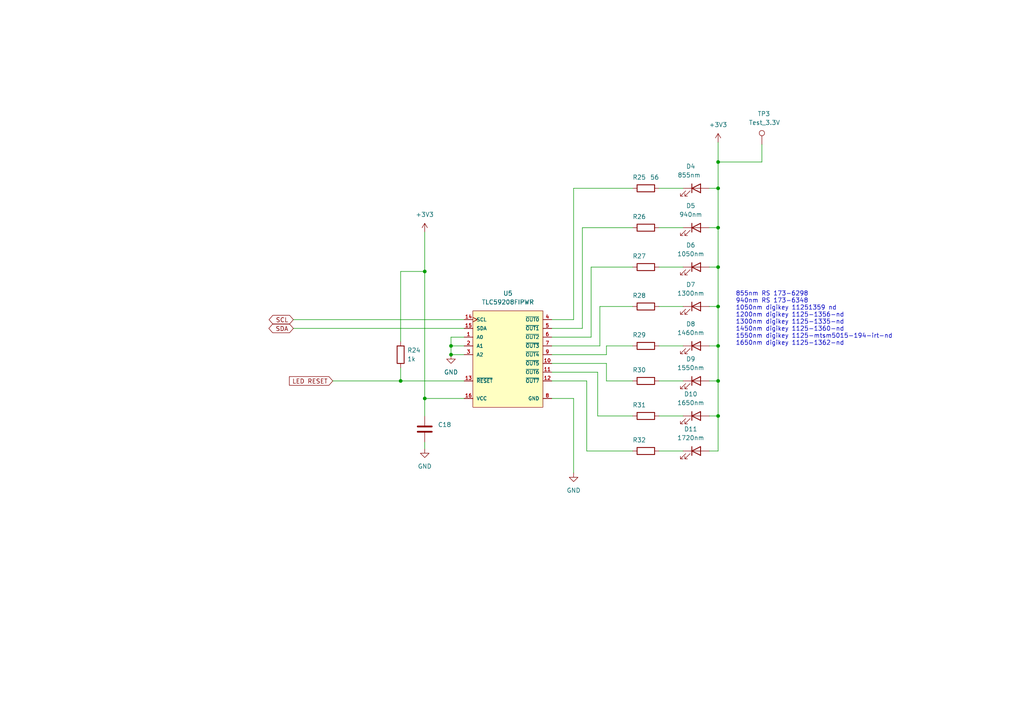
<source format=kicad_sch>
(kicad_sch (version 20211123) (generator eeschema)
  (paper "A4")
  (title_block (title "Development Board") (date "2022-03-15") (rev "2.1") (company "Plastic Scanner"))
  (lib_symbols
    (symbol "Connector:TestPoint" (pin_numbers hide) (pin_names (offset 0.762) hide)
      (property "Reference" "TP" (at 0 6.858 0))
      (property "Value" "TestPoint" (at 0 5.08 0))
      (symbol "TestPoint_0_1"
        (circle (center 0 3.302) (radius 0.762))
      )
      (symbol "TestPoint_1_1"
        (pin passive line (at 0 0 90) (length 2.54) (name "1") (number "1"))
      )
    )
    (symbol "Device:C" (pin_numbers hide) (pin_names (offset 0.254))
      (property "Reference" "C" (at 0.635 2.54 0))
      (property "Value" "C" (at 0.635 -2.54 0))
      (symbol "C_0_1"
        (polyline (pts (xy -2.032 -0.762) (xy 2.032 -0.762)) (stroke (width 0.508)))
        (polyline (pts (xy -2.032 0.762) (xy 2.032 0.762)) (stroke (width 0.508)))
      )
      (symbol "C_1_1"
        (pin passive line (at 0 3.81 270) (length 2.794) (name "~") (number "1"))
        (pin passive line (at 0 -3.81 90) (length 2.794) (name "~") (number "2"))
      )
    )
    (symbol "Device:LED" (pin_numbers hide) (pin_names (offset 1.016) hide)
      (property "Reference" "D" (at 0 2.54 0))
      (property "Value" "LED" (at 0 -2.54 0))
      (symbol "LED_0_1"
        (polyline (pts (xy -1.27 -1.27) (xy -1.27 1.27)) (stroke (width 0.254)))
        (polyline (pts (xy -1.27 0) (xy 1.27 0)))
        (polyline (pts (xy 1.27 -1.27) (xy 1.27 1.27) (xy -1.27 0) (xy 1.27 -1.27)) (stroke (width 0.254)))
        (polyline (pts (xy -3.048 -0.762) (xy -4.572 -2.286) (xy -3.81 -2.286) (xy -4.572 -2.286) (xy -4.572 -1.524)))
        (polyline (pts (xy -1.778 -0.762) (xy -3.302 -2.286) (xy -2.54 -2.286) (xy -3.302 -2.286) (xy -3.302 -1.524)))
      )
      (symbol "LED_1_1"
        (pin passive line (at -3.81 0 0) (length 2.54) (name "K") (number "1"))
        (pin passive line (at 3.81 0 180) (length 2.54) (name "A") (number "2"))
      )
    )
    (symbol "Device:R" (pin_numbers hide) (pin_names (offset 0))
      (property "Reference" "R" (at 2.032 0 90))
      (property "Value" "R" (at 0 0 90))
      (symbol "R_0_1"
        (rectangle (start -1.016 -2.54) (end 1.016 2.54) (stroke (width 0.254)))
      )
      (symbol "R_1_1"
        (pin passive line (at 0 3.81 270) (length 1.27) (name "~") (number "1"))
        (pin passive line (at 0 -3.81 90) (length 1.27) (name "~") (number "2"))
      )
    )
    (symbol "TLC59208:TLC59208FIPWR" (pin_names (offset 1.016))
      (property "Reference" "U" (at 0 5.08 0))
      (property "Value" "TLC59208FIPWR" (at 0 7.62 0))
      (symbol "TLC59208FIPWR_1_1"
        (rectangle (start 5.08 2.54) (end 25.4 -25.4) (fill (type background)))
        (pin input line (at 2.54 -5.08 0) (length 2.54) (name "A0") (number "1"))
        (pin open_collector line (at 27.94 -12.7 180) (length 2.54) (name "~{OUT5}") (number "10"))
        (pin open_collector line (at 27.94 -15.24 180) (length 2.54) (name "~{OUT6}") (number "11"))
        (pin open_collector line (at 27.94 -17.78 180) (length 2.54) (name "~{OUT7}") (number "12"))
        (pin input line (at 2.54 -17.78 0) (length 2.54) (name "~{RESET}") (number "13"))
        (pin input clock (at 2.54 0 0) (length 2.54) (name "SCL") (number "14"))
        (pin bidirectional line (at 2.54 -2.54 0) (length 2.54) (name "SDA") (number "15"))
        (pin power_in line (at 2.54 -22.86 0) (length 2.54) (name "VCC") (number "16"))
        (pin input line (at 2.54 -7.62 0) (length 2.54) (name "A1") (number "2"))
        (pin input line (at 2.54 -10.16 0) (length 2.54) (name "A2") (number "3"))
        (pin open_collector line (at 27.94 0 180) (length 2.54) (name "~{OUT0}") (number "4"))
        (pin open_collector line (at 27.94 -2.54 180) (length 2.54) (name "~{OUT1}") (number "5"))
        (pin open_collector line (at 27.94 -5.08 180) (length 2.54) (name "~{OUT2}") (number "6"))
        (pin open_collector line (at 27.94 -7.62 180) (length 2.54) (name "~{OUT3}") (number "7"))
        (pin power_in line (at 27.94 -22.86 180) (length 2.54) (name "GND") (number "8"))
        (pin open_collector line (at 27.94 -10.16 180) (length 2.54) (name "~{OUT4}") (number "9"))
      )
    )
    (symbol "power:+3.3V" (power) (pin_names (offset 0))
      (property "Value" "+3.3V" (at 0 3.556 0))
      (symbol "+3.3V_0_1"
        (polyline (pts (xy -0.762 1.27) (xy 0 2.54)))
        (polyline (pts (xy 0 0) (xy 0 2.54)))
        (polyline (pts (xy 0 2.54) (xy 0.762 1.27)))
      )
      (symbol "+3.3V_1_1"
        (pin power_in line (at 0 0 90) (length 0) hide (name "+3V3") (number "1"))
      )
    )
    (symbol "power:GND" (power) (pin_names (offset 0))
      (property "Value" "GND" (at 0 -3.81 0))
      (symbol "GND_0_1"
        (polyline (pts (xy 0 0) (xy 0 -1.27) (xy 1.27 -1.27) (xy 0 -2.54) (xy -1.27 -1.27) (xy 0 -1.27)))
      )
      (symbol "GND_1_1"
        (pin power_in line (at 0 0 270) (length 0) hide (name "GND") (number "1"))
      )
    )
  )
  (junction (at 208.28 110.49))
  (junction (at 123.19 115.57))
  (junction (at 130.81 102.87))
  (junction (at 208.28 54.61))
  (junction (at 130.81 100.33))
  (junction (at 208.28 46.99))
  (junction (at 208.28 88.9))
  (junction (at 208.28 66.04))
  (junction (at 123.19 78.74))
  (junction (at 208.28 77.47))
  (junction (at 208.28 120.65))
  (junction (at 116.205 110.49))
  (junction (at 208.28 100.33))
  (wire (pts (xy 208.28 100.33) (xy 208.28 88.9)))
  (wire (pts (xy 208.28 110.49) (xy 208.28 100.33)))
  (wire (pts (xy 208.28 54.61) (xy 205.74 54.61)))
  (wire (pts (xy 191.135 120.65) (xy 198.12 120.65)))
  (wire (pts (xy 130.81 102.87) (xy 130.81 100.33)))
  (wire (pts (xy 208.28 46.99) (xy 208.28 54.61)))
  (wire (pts (xy 191.135 130.81) (xy 198.12 130.81)))
  (wire (pts (xy 160.02 110.49) (xy 170.18 110.49)))
  (wire (pts (xy 220.98 46.99) (xy 208.28 46.99)))
  (wire (pts (xy 173.355 120.65) (xy 183.515 120.65)))
  (wire (pts (xy 183.515 66.04) (xy 168.91 66.04)))
  (wire (pts (xy 171.45 97.79) (xy 160.02 97.79)))
  (wire (pts (xy 170.18 130.81) (xy 183.515 130.81)))
  (wire (pts (xy 173.99 88.9) (xy 183.515 88.9)))
  (wire (pts (xy 85.09 95.25) (xy 134.62 95.25)))
  (wire (pts (xy 220.98 41.91) (xy 220.98 46.99)))
  (wire (pts (xy 123.19 115.57) (xy 123.19 120.65)))
  (wire (pts (xy 175.895 110.49) (xy 183.515 110.49)))
  (wire (pts (xy 191.135 110.49) (xy 198.12 110.49)))
  (wire (pts (xy 208.28 66.04) (xy 208.28 54.61)))
  (wire (pts (xy 208.28 120.65) (xy 205.74 120.65)))
  (wire (pts (xy 123.19 115.57) (xy 123.19 78.74)))
  (wire (pts (xy 168.91 66.04) (xy 168.91 95.25)))
  (wire (pts (xy 85.09 92.71) (xy 134.62 92.71)))
  (wire (pts (xy 130.81 100.33) (xy 134.62 100.33)))
  (wire (pts (xy 208.28 41.275) (xy 208.28 46.99)))
  (wire (pts (xy 160.02 105.41) (xy 175.895 105.41)))
  (wire (pts (xy 96.52 110.49) (xy 116.205 110.49)))
  (wire (pts (xy 208.28 130.81) (xy 208.28 120.65)))
  (wire (pts (xy 123.19 128.27) (xy 123.19 130.175)))
  (wire (pts (xy 208.28 66.04) (xy 205.74 66.04)))
  (wire (pts (xy 208.28 88.9) (xy 208.28 77.47)))
  (wire (pts (xy 191.135 66.04) (xy 198.12 66.04)))
  (wire (pts (xy 160.02 100.33) (xy 173.99 100.33)))
  (wire (pts (xy 123.19 78.74) (xy 116.205 78.74)))
  (wire (pts (xy 166.37 115.57) (xy 166.37 137.16)))
  (wire (pts (xy 208.28 130.81) (xy 205.74 130.81)))
  (wire (pts (xy 191.135 100.33) (xy 198.12 100.33)))
  (wire (pts (xy 173.99 100.33) (xy 173.99 88.9)))
  (wire (pts (xy 208.28 110.49) (xy 205.74 110.49)))
  (wire (pts (xy 191.135 88.9) (xy 198.12 88.9)))
  (wire (pts (xy 166.37 92.71) (xy 166.37 54.61)))
  (wire (pts (xy 130.81 97.79) (xy 130.81 100.33)))
  (wire (pts (xy 160.02 102.87) (xy 175.895 102.87)))
  (wire (pts (xy 130.81 97.79) (xy 134.62 97.79)))
  (wire (pts (xy 183.515 77.47) (xy 171.45 77.47)))
  (wire (pts (xy 208.28 100.33) (xy 205.74 100.33)))
  (wire (pts (xy 170.18 110.49) (xy 170.18 130.81)))
  (wire (pts (xy 160.02 92.71) (xy 166.37 92.71)))
  (wire (pts (xy 171.45 77.47) (xy 171.45 97.79)))
  (wire (pts (xy 173.355 107.95) (xy 173.355 120.65)))
  (wire (pts (xy 175.895 102.87) (xy 175.895 100.33)))
  (wire (pts (xy 175.895 105.41) (xy 175.895 110.49)))
  (wire (pts (xy 175.895 100.33) (xy 183.515 100.33)))
  (wire (pts (xy 160.02 107.95) (xy 173.355 107.95)))
  (wire (pts (xy 123.19 67.31) (xy 123.19 78.74)))
  (wire (pts (xy 116.205 78.74) (xy 116.205 99.06)))
  (wire (pts (xy 191.135 54.61) (xy 198.12 54.61)))
  (wire (pts (xy 116.205 106.68) (xy 116.205 110.49)))
  (wire (pts (xy 208.28 77.47) (xy 205.74 77.47)))
  (wire (pts (xy 134.62 115.57) (xy 123.19 115.57)))
  (wire (pts (xy 208.28 77.47) (xy 208.28 66.04)))
  (wire (pts (xy 130.81 102.87) (xy 134.62 102.87)))
  (wire (pts (xy 168.91 95.25) (xy 160.02 95.25)))
  (wire (pts (xy 166.37 54.61) (xy 183.515 54.61)))
  (wire (pts (xy 191.135 77.47) (xy 198.12 77.47)))
  (wire (pts (xy 160.02 115.57) (xy 166.37 115.57)))
  (wire (pts (xy 116.205 110.49) (xy 134.62 110.49)))
  (wire (pts (xy 208.28 88.9) (xy 205.74 88.9)))
  (wire (pts (xy 208.28 120.65) (xy 208.28 110.49)))
  (text "855nm RS 173-6298\n940nm RS 173-6348\n1050nm digikey 11251359 nd\n1200nm digikey 1125-1356-nd\n1300nm digikey 1125-1335-nd\n1450nm digikey 1125-1360-nd\n1550nm digikey 1125-mtsm5015-194-irt-nd\n1650nm digikey 1125-1362-nd" (at 213.36 100.33 0) (effects (font (size 1.27 1.27)) (justify left bottom)))
  (global_label "SCL" (shape bidirectional) (at 85.09 92.71 180) (property "Intersheet References" "${INTERSHEET_REFS}" (effects hide)))
  (global_label "LED RESET" (shape input) (at 96.52 110.49 180) (property "Intersheet References" "${INTERSHEET_REFS}" (effects hide)))
  (global_label "SDA" (shape bidirectional) (at 85.09 95.25 180) (property "Intersheet References" "${INTERSHEET_REFS}" (effects hide)))
  (symbol (lib_id "Device:LED") (at 201.93 100.33 0) (unit 1)
    (property "Reference" "D8" (at 200.3425 93.98 0))
    (property "Value" "1460nm" (at 200.3425 96.52 0))
    (property "Footprint" "LED_SMD:LED_1206_3216Metric_Pad1.42x1.75mm_HandSolder" (effects hide))
  )
  (symbol (lib_id "Device:R") (at 187.325 130.81 90) (unit 1)
    (property "Reference" "R32" (at 185.42 127.635 90))
    (property "Footprint" "Resistor_SMD:R_0603_1608Metric_Pad0.98x0.95mm_HandSolder" (effects hide))
  )
  (symbol (lib_id "TLC59208:TLC59208FIPWR") (at 132.08 92.71 0) (unit 1)
    (property "Reference" "U5" (at 147.32 85.09 0))
    (property "Value" "TLC59208FIPWR" (at 147.32 87.63 0))
    (property "Footprint" "TLC59208FIPWR:SOP65P640X120-16N" (effects hide))
    (property "Datasheet" "http://www.ti.com/general/docs/lit/getliterature.tsp?genericPartNumber=TLC59208F&fileType=pdf" (effects hide))
    (property "Code  JEDEC" "MO-153" (effects hide))
    (property "Component Link 1 Description" "Manufacturer URL" (effects hide))
    (property "Component Link 1 URL" "http://www.ti.com/" (effects hide))
    (property "Component Link 3 Description" "Package Specification" (effects hide))
    (property "Component Link 3 URL" "http://www.ti.com/lit/ml/mpds361/mpds361.pdf" (effects hide))
    (property "Datasheet Version" "SCLS715" (effects hide))
    (property "Iout Max A" "0.05" (effects hide))
    (property "Mounting Technology" "Surface Mount" (effects hide))
    (property "Package Description" "16-Pin Plastic Small Outline, Body 4.40 x 5.00 mm, Pitch 0.65 mm" (effects hide))
    (property "Package Version" "4040064-4/G" (effects hide))
    (property "Sub Family" "LED Driver" (effects hide))
    (property "Vin Max V" "5.5" (effects hide))
    (property "Vin Min V" "3" (effects hide))
    (property "category" "IC" (effects hide))
    (property "ciiva ids" "1426985" (effects hide))
    (property "library id" "9bf7f104929dd8ed" (effects hide))
    (property "manufacturer" "Texas Instruments" (effects hide))
    (property "package" "PW0016A" (effects hide))
    (property "release date" "1464576871" (effects hide))
    (property "rohs" "Yes" (effects hide))
    (property "vault revision" "C0AC1098-4EF5-4502-9510-91D6A29A40EB" (effects hide))
    (property "imported" "yes" (effects hide))
  )
  (symbol (lib_id "Device:R") (at 187.325 66.04 90) (unit 1)
    (property "Reference" "R26" (at 185.42 62.865 90))
    (property "Footprint" "Resistor_SMD:R_0603_1608Metric_Pad0.98x0.95mm_HandSolder" (effects hide))
  )
  (symbol (lib_id "Connector:TestPoint") (at 220.98 41.91 0) (unit 1) (in_bom no)
    (property "Reference" "TP3" (at 219.71 33.02 0) (effects (justify left)))
    (property "Value" "Test_3.3V" (at 217.17 35.56 0) (effects (justify left)))
    (property "Footprint" "TestPoint:TestPoint_Pad_D1.5mm" (effects hide))
  )
  (symbol (lib_id "Device:R") (at 116.205 102.87 180) (unit 1)
    (property "Reference" "R24" (at 118.11 101.5999 0) (effects (justify right)))
    (property "Value" "1k" (at 118.11 104.1399 0) (effects (justify right)))
    (property "Footprint" "Resistor_SMD:R_0603_1608Metric_Pad0.98x0.95mm_HandSolder" (effects hide))
  )
  (symbol (lib_id "power:GND") (at 130.81 102.87 0) (unit 1)
    (property "Reference" "#PWR037" (effects hide))
    (property "Value" "GND" (at 130.81 107.95 0))
  )
  (symbol (lib_id "Device:C") (at 123.19 124.46 0) (unit 1)
    (property "Reference" "C18" (at 127 123.1899 0) (effects (justify left)))
    (property "Footprint" "Capacitor_SMD:C_0603_1608Metric_Pad1.08x0.95mm_HandSolder" (effects hide))
  )
  (symbol (lib_id "Device:LED") (at 201.93 110.49 0) (unit 1)
    (property "Reference" "D9" (at 200.3425 104.14 0))
    (property "Value" "1550nm" (at 200.3425 106.68 0))
    (property "Footprint" "LED_SMD:LED_1206_3216Metric_Pad1.42x1.75mm_HandSolder" (effects hide))
  )
  (symbol (lib_id "Device:LED") (at 201.93 54.61 0) (unit 1)
    (property "Reference" "D4" (at 200.3425 48.26 0))
    (property "Value" "855nm " (at 200.3425 50.8 0))
    (property "Footprint" "LED_SMD:LED_1206_3216Metric_Pad1.42x1.75mm_HandSolder" (effects hide))
  )
  (symbol (lib_id "power:GND") (at 166.37 137.16 0) (unit 1)
    (property "Reference" "#PWR038" (effects hide))
    (property "Value" "GND" (at 166.37 142.24 0))
  )
  (symbol (lib_id "power:GND") (at 123.19 130.175 0) (unit 1)
    (property "Reference" "#PWR036" (effects hide))
    (property "Value" "GND" (at 123.19 135.255 0))
  )
  (symbol (lib_id "Device:LED") (at 201.93 88.9 0) (unit 1)
    (property "Reference" "D7" (at 200.3425 82.55 0))
    (property "Value" "1300nm" (at 200.3425 85.09 0))
    (property "Footprint" "LED_SMD:LED_1206_3216Metric_Pad1.42x1.75mm_HandSolder" (effects hide))
  )
  (symbol (lib_id "Device:R") (at 187.325 54.61 90) (unit 1)
    (property "Reference" "R25" (at 185.42 51.435 90))
    (property "Value" "56" (at 189.865 51.435 90))
    (property "Footprint" "Resistor_SMD:R_0603_1608Metric_Pad0.98x0.95mm_HandSolder" (effects hide))
  )
  (symbol (lib_id "Device:R") (at 187.325 110.49 90) (unit 1)
    (property "Reference" "R30" (at 185.42 107.315 90))
    (property "Footprint" "Resistor_SMD:R_0603_1608Metric_Pad0.98x0.95mm_HandSolder" (effects hide))
  )
  (symbol (lib_id "Device:LED") (at 201.93 130.81 0) (unit 1)
    (property "Reference" "D11" (at 200.3425 124.46 0))
    (property "Value" "1720nm" (at 200.3425 127 0))
    (property "Footprint" "LED_SMD:LED_1206_3216Metric_Pad1.42x1.75mm_HandSolder" (effects hide))
  )
  (symbol (lib_id "power:+3.3V") (at 208.28 41.275 0) (unit 1)
    (property "Reference" "#PWR039" (effects hide))
    (property "Value" "+3.3V" (at 208.28 36.195 0))
  )
  (symbol (lib_id "Device:R") (at 187.325 100.33 90) (unit 1)
    (property "Reference" "R29" (at 185.42 97.155 90))
    (property "Footprint" "Resistor_SMD:R_0603_1608Metric_Pad0.98x0.95mm_HandSolder" (effects hide))
  )
  (symbol (lib_id "Device:LED") (at 201.93 77.47 0) (unit 1)
    (property "Reference" "D6" (at 200.3425 71.12 0))
    (property "Value" "1050nm" (at 200.3425 73.66 0))
    (property "Footprint" "LED_SMD:LED_1206_3216Metric_Pad1.42x1.75mm_HandSolder" (effects hide))
  )
  (symbol (lib_id "Device:LED") (at 201.93 66.04 0) (unit 1)
    (property "Reference" "D5" (at 200.3425 59.69 0))
    (property "Value" "940nm" (at 200.3425 62.23 0))
    (property "Footprint" "LED_SMD:LED_1206_3216Metric_Pad1.42x1.75mm_HandSolder" (effects hide))
  )
  (symbol (lib_id "Device:R") (at 187.325 120.65 90) (unit 1)
    (property "Reference" "R31" (at 185.42 117.475 90))
  )
  (symbol (lib_id "Device:R") (at 187.325 77.47 90) (unit 1)
    (property "Reference" "R27" (at 185.42 74.295 90))
    (property "Footprint" "Resistor_SMD:R_0603_1608Metric_Pad0.98x0.95mm_HandSolder" (effects hide))
  )
  (symbol (lib_id "power:+3.3V") (at 123.19 67.31 0) (unit 1)
    (property "Reference" "#PWR035" (effects hide))
    (property "Value" "+3.3V" (at 123.19 62.23 0))
  )
  (symbol (lib_id "Device:R") (at 187.325 88.9 90) (unit 1)
    (property "Reference" "R28" (at 185.42 85.725 90))
    (property "Footprint" "Resistor_SMD:R_0603_1608Metric_Pad0.98x0.95mm_HandSolder" (effects hide))
  )
  (symbol (lib_id "Device:LED") (at 201.93 120.65 0) (unit 1)
    (property "Reference" "D10" (at 200.3425 114.3 0))
    (property "Value" "1650nm" (at 200.3425 116.84 0))
    (property "Footprint" "LED_SMD:LED_1206_3216Metric_Pad1.42x1.75mm_HandSolder" (effects hide))
  )
)
</source>
